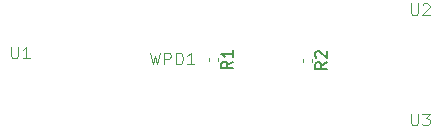
<source format=gbr>
%TF.GenerationSoftware,KiCad,Pcbnew,9.0.4*%
%TF.CreationDate,2025-09-20T16:24:51-07:00*%
%TF.ProjectId,Wilkinson PD,57696c6b-696e-4736-9f6e-2050442e6b69,rev?*%
%TF.SameCoordinates,Original*%
%TF.FileFunction,Legend,Top*%
%TF.FilePolarity,Positive*%
%FSLAX46Y46*%
G04 Gerber Fmt 4.6, Leading zero omitted, Abs format (unit mm)*
G04 Created by KiCad (PCBNEW 9.0.4) date 2025-09-20 16:24:51*
%MOMM*%
%LPD*%
G01*
G04 APERTURE LIST*
%ADD10C,0.100000*%
%ADD11C,0.150000*%
%ADD12C,0.120000*%
G04 APERTURE END LIST*
D10*
X145323655Y-76531559D02*
X145323655Y-77341082D01*
X145323655Y-77341082D02*
X145371274Y-77436320D01*
X145371274Y-77436320D02*
X145418893Y-77483940D01*
X145418893Y-77483940D02*
X145514131Y-77531559D01*
X145514131Y-77531559D02*
X145704607Y-77531559D01*
X145704607Y-77531559D02*
X145799845Y-77483940D01*
X145799845Y-77483940D02*
X145847464Y-77436320D01*
X145847464Y-77436320D02*
X145895083Y-77341082D01*
X145895083Y-77341082D02*
X145895083Y-76531559D01*
X146895083Y-77531559D02*
X146323655Y-77531559D01*
X146609369Y-77531559D02*
X146609369Y-76531559D01*
X146609369Y-76531559D02*
X146514131Y-76674416D01*
X146514131Y-76674416D02*
X146418893Y-76769654D01*
X146418893Y-76769654D02*
X146323655Y-76817273D01*
X179179315Y-72870659D02*
X179179315Y-73680182D01*
X179179315Y-73680182D02*
X179226934Y-73775420D01*
X179226934Y-73775420D02*
X179274553Y-73823040D01*
X179274553Y-73823040D02*
X179369791Y-73870659D01*
X179369791Y-73870659D02*
X179560267Y-73870659D01*
X179560267Y-73870659D02*
X179655505Y-73823040D01*
X179655505Y-73823040D02*
X179703124Y-73775420D01*
X179703124Y-73775420D02*
X179750743Y-73680182D01*
X179750743Y-73680182D02*
X179750743Y-72870659D01*
X180179315Y-72965897D02*
X180226934Y-72918278D01*
X180226934Y-72918278D02*
X180322172Y-72870659D01*
X180322172Y-72870659D02*
X180560267Y-72870659D01*
X180560267Y-72870659D02*
X180655505Y-72918278D01*
X180655505Y-72918278D02*
X180703124Y-72965897D01*
X180703124Y-72965897D02*
X180750743Y-73061135D01*
X180750743Y-73061135D02*
X180750743Y-73156373D01*
X180750743Y-73156373D02*
X180703124Y-73299230D01*
X180703124Y-73299230D02*
X180131696Y-73870659D01*
X180131696Y-73870659D02*
X180750743Y-73870659D01*
X179179315Y-82192459D02*
X179179315Y-83001982D01*
X179179315Y-83001982D02*
X179226934Y-83097220D01*
X179226934Y-83097220D02*
X179274553Y-83144840D01*
X179274553Y-83144840D02*
X179369791Y-83192459D01*
X179369791Y-83192459D02*
X179560267Y-83192459D01*
X179560267Y-83192459D02*
X179655505Y-83144840D01*
X179655505Y-83144840D02*
X179703124Y-83097220D01*
X179703124Y-83097220D02*
X179750743Y-83001982D01*
X179750743Y-83001982D02*
X179750743Y-82192459D01*
X180131696Y-82192459D02*
X180750743Y-82192459D01*
X180750743Y-82192459D02*
X180417410Y-82573411D01*
X180417410Y-82573411D02*
X180560267Y-82573411D01*
X180560267Y-82573411D02*
X180655505Y-82621030D01*
X180655505Y-82621030D02*
X180703124Y-82668649D01*
X180703124Y-82668649D02*
X180750743Y-82763887D01*
X180750743Y-82763887D02*
X180750743Y-83001982D01*
X180750743Y-83001982D02*
X180703124Y-83097220D01*
X180703124Y-83097220D02*
X180655505Y-83144840D01*
X180655505Y-83144840D02*
X180560267Y-83192459D01*
X180560267Y-83192459D02*
X180274553Y-83192459D01*
X180274553Y-83192459D02*
X180179315Y-83144840D01*
X180179315Y-83144840D02*
X180131696Y-83097220D01*
X157058598Y-77031559D02*
X157296693Y-78031559D01*
X157296693Y-78031559D02*
X157487169Y-77317273D01*
X157487169Y-77317273D02*
X157677645Y-78031559D01*
X157677645Y-78031559D02*
X157915741Y-77031559D01*
X158296693Y-78031559D02*
X158296693Y-77031559D01*
X158296693Y-77031559D02*
X158677645Y-77031559D01*
X158677645Y-77031559D02*
X158772883Y-77079178D01*
X158772883Y-77079178D02*
X158820502Y-77126797D01*
X158820502Y-77126797D02*
X158868121Y-77222035D01*
X158868121Y-77222035D02*
X158868121Y-77364892D01*
X158868121Y-77364892D02*
X158820502Y-77460130D01*
X158820502Y-77460130D02*
X158772883Y-77507749D01*
X158772883Y-77507749D02*
X158677645Y-77555368D01*
X158677645Y-77555368D02*
X158296693Y-77555368D01*
X159296693Y-78031559D02*
X159296693Y-77031559D01*
X159296693Y-77031559D02*
X159534788Y-77031559D01*
X159534788Y-77031559D02*
X159677645Y-77079178D01*
X159677645Y-77079178D02*
X159772883Y-77174416D01*
X159772883Y-77174416D02*
X159820502Y-77269654D01*
X159820502Y-77269654D02*
X159868121Y-77460130D01*
X159868121Y-77460130D02*
X159868121Y-77602987D01*
X159868121Y-77602987D02*
X159820502Y-77793463D01*
X159820502Y-77793463D02*
X159772883Y-77888701D01*
X159772883Y-77888701D02*
X159677645Y-77983940D01*
X159677645Y-77983940D02*
X159534788Y-78031559D01*
X159534788Y-78031559D02*
X159296693Y-78031559D01*
X160820502Y-78031559D02*
X160249074Y-78031559D01*
X160534788Y-78031559D02*
X160534788Y-77031559D01*
X160534788Y-77031559D02*
X160439550Y-77174416D01*
X160439550Y-77174416D02*
X160344312Y-77269654D01*
X160344312Y-77269654D02*
X160249074Y-77317273D01*
D11*
X172074059Y-77858186D02*
X171597868Y-78191519D01*
X172074059Y-78429614D02*
X171074059Y-78429614D01*
X171074059Y-78429614D02*
X171074059Y-78048662D01*
X171074059Y-78048662D02*
X171121678Y-77953424D01*
X171121678Y-77953424D02*
X171169297Y-77905805D01*
X171169297Y-77905805D02*
X171264535Y-77858186D01*
X171264535Y-77858186D02*
X171407392Y-77858186D01*
X171407392Y-77858186D02*
X171502630Y-77905805D01*
X171502630Y-77905805D02*
X171550249Y-77953424D01*
X171550249Y-77953424D02*
X171597868Y-78048662D01*
X171597868Y-78048662D02*
X171597868Y-78429614D01*
X171169297Y-77477233D02*
X171121678Y-77429614D01*
X171121678Y-77429614D02*
X171074059Y-77334376D01*
X171074059Y-77334376D02*
X171074059Y-77096281D01*
X171074059Y-77096281D02*
X171121678Y-77001043D01*
X171121678Y-77001043D02*
X171169297Y-76953424D01*
X171169297Y-76953424D02*
X171264535Y-76905805D01*
X171264535Y-76905805D02*
X171359773Y-76905805D01*
X171359773Y-76905805D02*
X171502630Y-76953424D01*
X171502630Y-76953424D02*
X172074059Y-77524852D01*
X172074059Y-77524852D02*
X172074059Y-76905805D01*
X164118779Y-77793606D02*
X163642588Y-78126939D01*
X164118779Y-78365034D02*
X163118779Y-78365034D01*
X163118779Y-78365034D02*
X163118779Y-77984082D01*
X163118779Y-77984082D02*
X163166398Y-77888844D01*
X163166398Y-77888844D02*
X163214017Y-77841225D01*
X163214017Y-77841225D02*
X163309255Y-77793606D01*
X163309255Y-77793606D02*
X163452112Y-77793606D01*
X163452112Y-77793606D02*
X163547350Y-77841225D01*
X163547350Y-77841225D02*
X163594969Y-77888844D01*
X163594969Y-77888844D02*
X163642588Y-77984082D01*
X163642588Y-77984082D02*
X163642588Y-78365034D01*
X164118779Y-76841225D02*
X164118779Y-77412653D01*
X164118779Y-77126939D02*
X163118779Y-77126939D01*
X163118779Y-77126939D02*
X163261636Y-77222177D01*
X163261636Y-77222177D02*
X163356874Y-77317415D01*
X163356874Y-77317415D02*
X163404493Y-77412653D01*
D12*
%TO.C,R2*%
X170069240Y-77537879D02*
X170069240Y-77845161D01*
X170829240Y-77537879D02*
X170829240Y-77845161D01*
%TO.C,R1*%
X162113960Y-77473299D02*
X162113960Y-77780581D01*
X162873960Y-77473299D02*
X162873960Y-77780581D01*
%TD*%
M02*

</source>
